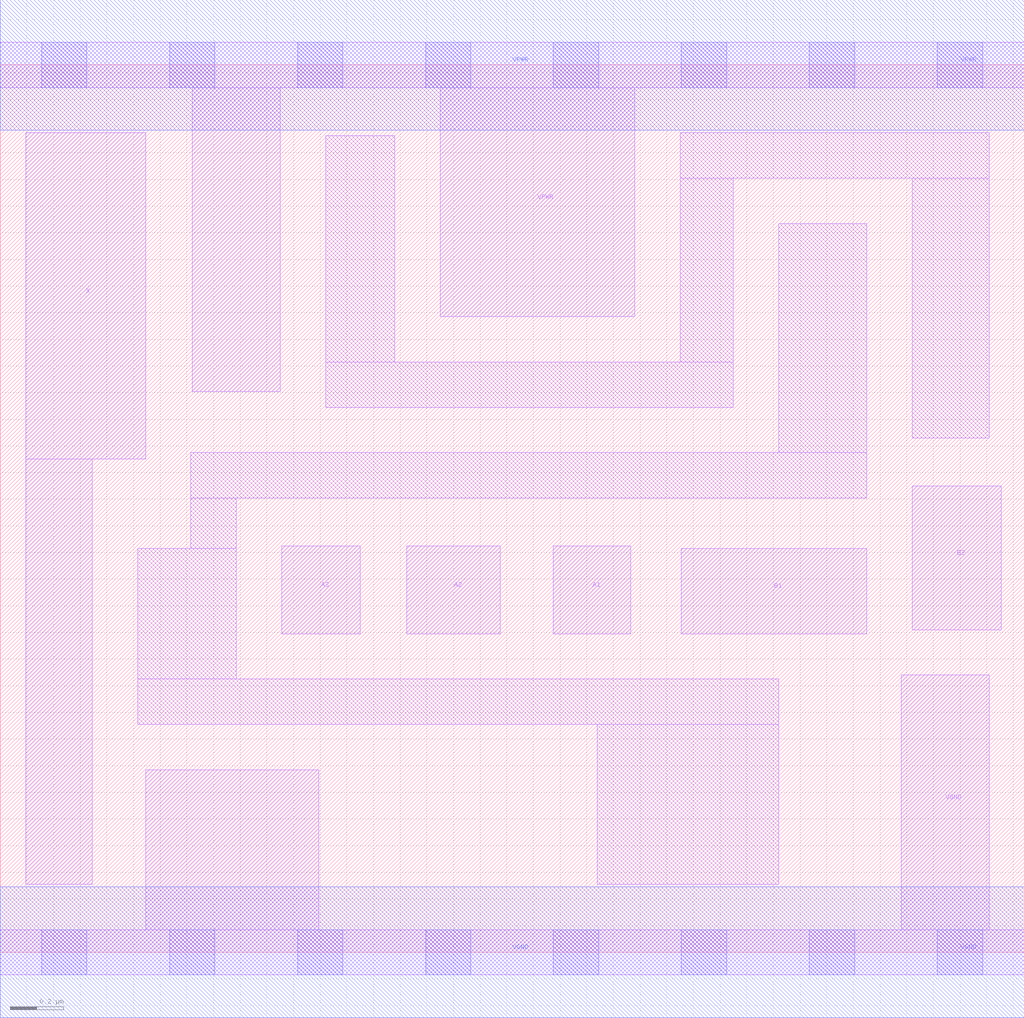
<source format=lef>
# Copyright 2020 The SkyWater PDK Authors
#
# Licensed under the Apache License, Version 2.0 (the "License");
# you may not use this file except in compliance with the License.
# You may obtain a copy of the License at
#
#     https://www.apache.org/licenses/LICENSE-2.0
#
# Unless required by applicable law or agreed to in writing, software
# distributed under the License is distributed on an "AS IS" BASIS,
# WITHOUT WARRANTIES OR CONDITIONS OF ANY KIND, either express or implied.
# See the License for the specific language governing permissions and
# limitations under the License.
#
# SPDX-License-Identifier: Apache-2.0

VERSION 5.7 ;
  NAMESCASESENSITIVE ON ;
  NOWIREEXTENSIONATPIN ON ;
  DIVIDERCHAR "/" ;
  BUSBITCHARS "[]" ;
UNITS
  DATABASE MICRONS 200 ;
END UNITS
MACRO sky130_fd_sc_lp__a32o_1
  CLASS CORE ;
  SOURCE USER ;
  FOREIGN sky130_fd_sc_lp__a32o_1 ;
  ORIGIN  0.000000  0.000000 ;
  SIZE  3.840000 BY  3.330000 ;
  SYMMETRY X Y R90 ;
  SITE unit ;
  PIN A1
    ANTENNAGATEAREA  0.315000 ;
    DIRECTION INPUT ;
    USE SIGNAL ;
    PORT
      LAYER li1 ;
        RECT 2.075000 1.195000 2.365000 1.525000 ;
    END
  END A1
  PIN A2
    ANTENNAGATEAREA  0.315000 ;
    DIRECTION INPUT ;
    USE SIGNAL ;
    PORT
      LAYER li1 ;
        RECT 1.525000 1.195000 1.875000 1.525000 ;
    END
  END A2
  PIN A3
    ANTENNAGATEAREA  0.315000 ;
    DIRECTION INPUT ;
    USE SIGNAL ;
    PORT
      LAYER li1 ;
        RECT 1.055000 1.195000 1.350000 1.525000 ;
    END
  END A3
  PIN B1
    ANTENNAGATEAREA  0.315000 ;
    DIRECTION INPUT ;
    USE SIGNAL ;
    PORT
      LAYER li1 ;
        RECT 2.555000 1.195000 3.250000 1.515000 ;
    END
  END B1
  PIN B2
    ANTENNAGATEAREA  0.315000 ;
    DIRECTION INPUT ;
    USE SIGNAL ;
    PORT
      LAYER li1 ;
        RECT 3.420000 1.210000 3.755000 1.750000 ;
    END
  END B2
  PIN X
    ANTENNADIFFAREA  0.556500 ;
    DIRECTION OUTPUT ;
    USE SIGNAL ;
    PORT
      LAYER li1 ;
        RECT 0.095000 0.255000 0.345000 1.850000 ;
        RECT 0.095000 1.850000 0.545000 3.075000 ;
    END
  END X
  PIN VGND
    DIRECTION INOUT ;
    USE GROUND ;
    PORT
      LAYER li1 ;
        RECT 0.000000 -0.085000 3.840000 0.085000 ;
        RECT 0.545000  0.085000 1.195000 0.685000 ;
        RECT 3.380000  0.085000 3.710000 1.040000 ;
      LAYER mcon ;
        RECT 0.155000 -0.085000 0.325000 0.085000 ;
        RECT 0.635000 -0.085000 0.805000 0.085000 ;
        RECT 1.115000 -0.085000 1.285000 0.085000 ;
        RECT 1.595000 -0.085000 1.765000 0.085000 ;
        RECT 2.075000 -0.085000 2.245000 0.085000 ;
        RECT 2.555000 -0.085000 2.725000 0.085000 ;
        RECT 3.035000 -0.085000 3.205000 0.085000 ;
        RECT 3.515000 -0.085000 3.685000 0.085000 ;
      LAYER met1 ;
        RECT 0.000000 -0.245000 3.840000 0.245000 ;
    END
  END VGND
  PIN VPWR
    DIRECTION INOUT ;
    USE POWER ;
    PORT
      LAYER li1 ;
        RECT 0.000000 3.245000 3.840000 3.415000 ;
        RECT 0.720000 2.105000 1.050000 3.245000 ;
        RECT 1.650000 2.385000 2.380000 3.245000 ;
      LAYER mcon ;
        RECT 0.155000 3.245000 0.325000 3.415000 ;
        RECT 0.635000 3.245000 0.805000 3.415000 ;
        RECT 1.115000 3.245000 1.285000 3.415000 ;
        RECT 1.595000 3.245000 1.765000 3.415000 ;
        RECT 2.075000 3.245000 2.245000 3.415000 ;
        RECT 2.555000 3.245000 2.725000 3.415000 ;
        RECT 3.035000 3.245000 3.205000 3.415000 ;
        RECT 3.515000 3.245000 3.685000 3.415000 ;
      LAYER met1 ;
        RECT 0.000000 3.085000 3.840000 3.575000 ;
    END
  END VPWR
  OBS
    LAYER li1 ;
      RECT 0.515000 0.855000 2.920000 1.025000 ;
      RECT 0.515000 1.025000 0.885000 1.515000 ;
      RECT 0.715000 1.515000 0.885000 1.705000 ;
      RECT 0.715000 1.705000 3.250000 1.875000 ;
      RECT 1.220000 2.045000 2.750000 2.215000 ;
      RECT 1.220000 2.215000 1.480000 3.065000 ;
      RECT 2.240000 0.255000 2.920000 0.855000 ;
      RECT 2.550000 2.215000 2.750000 2.905000 ;
      RECT 2.550000 2.905000 3.710000 3.075000 ;
      RECT 2.920000 1.875000 3.250000 2.735000 ;
      RECT 3.420000 1.930000 3.710000 2.905000 ;
  END
END sky130_fd_sc_lp__a32o_1

</source>
